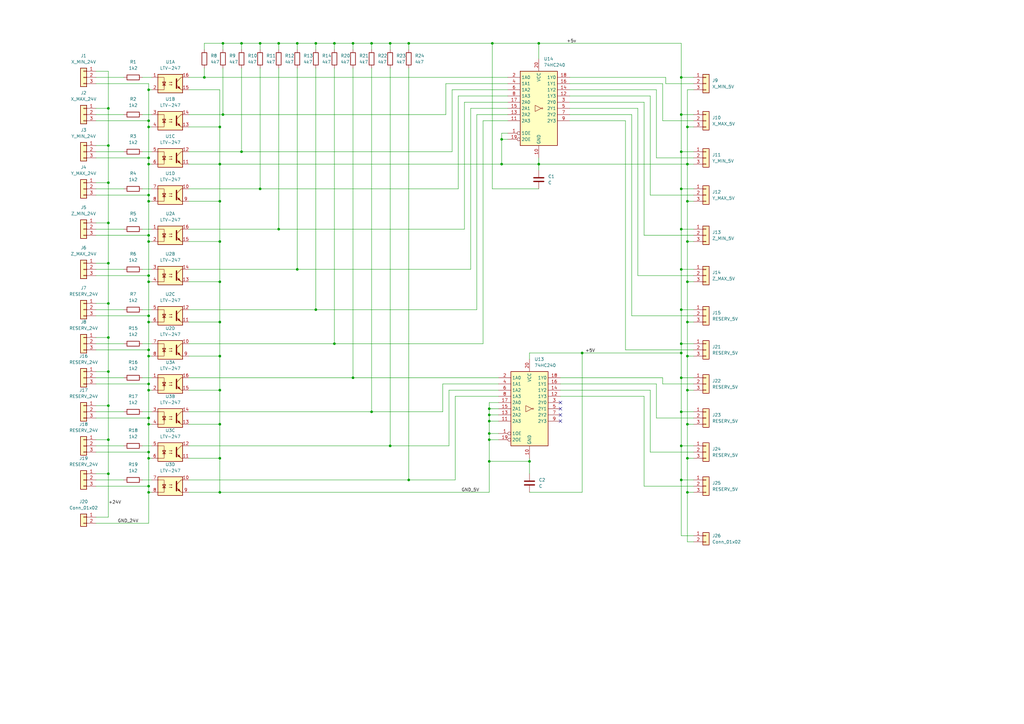
<source format=kicad_sch>
(kicad_sch (version 20211123) (generator eeschema)
  (paper "A3")
  (lib_symbols
    (symbol "74xx:74HC240"
      (property "Reference" "U" (at -7.62 16.51 0))
      (property "Value" "74HC240" (at -7.62 -16.51 0))
      (symbol "74HC240_1_0"
        (polyline (pts (xy 1.016 0) (xy -1.524 1.27) (xy -1.524 -1.27) (xy 1.016 0)) (stroke (width 0.1524)))
        (circle (center 1.397 0) (radius 0.254) (stroke (width 0.1524)))
        (pin input inverted (at -12.7 -10.16 0) (length 5.08) (name "1OE") (number "1"))
        (pin power_in line (at 0 -20.32 90) (length 5.08) (name "GND") (number "10"))
        (pin input line (at -12.7 -5.08 0) (length 5.08) (name "2A3") (number "11"))
        (pin tri_state line (at 12.7 5.08 180) (length 5.08) (name "1Y3") (number "12"))
        (pin input line (at -12.7 -2.54 0) (length 5.08) (name "2A2") (number "13"))
        (pin tri_state line (at 12.7 7.62 180) (length 5.08) (name "1Y2") (number "14"))
        (pin input line (at -12.7 0 0) (length 5.08) (name "2A1") (number "15"))
        (pin tri_state line (at 12.7 10.16 180) (length 5.08) (name "1Y1") (number "16"))
        (pin input line (at -12.7 2.54 0) (length 5.08) (name "2A0") (number "17"))
        (pin tri_state line (at 12.7 12.7 180) (length 5.08) (name "1Y0") (number "18"))
        (pin input inverted (at -12.7 -12.7 0) (length 5.08) (name "2OE") (number "19"))
        (pin input line (at -12.7 12.7 0) (length 5.08) (name "1A0") (number "2"))
        (pin power_in line (at 0 20.32 270) (length 5.08) (name "VCC") (number "20"))
        (pin tri_state line (at 12.7 2.54 180) (length 5.08) (name "2Y0") (number "3"))
        (pin input line (at -12.7 10.16 0) (length 5.08) (name "1A1") (number "4"))
        (pin tri_state line (at 12.7 0 180) (length 5.08) (name "2Y1") (number "5"))
        (pin input line (at -12.7 7.62 0) (length 5.08) (name "1A2") (number "6"))
        (pin tri_state line (at 12.7 -2.54 180) (length 5.08) (name "2Y2") (number "7"))
        (pin input line (at -12.7 5.08 0) (length 5.08) (name "1A3") (number "8"))
        (pin tri_state line (at 12.7 -5.08 180) (length 5.08) (name "2Y3") (number "9"))
      )
      (symbol "74HC240_1_1"
        (rectangle (start -7.62 15.24) (end 7.62 -15.24) (stroke (width 0.254)) (fill (type background)))
      )
    )
    (symbol "Connector_Generic:Conn_01x02" (pin_names (offset 1.016) hide)
      (property "Reference" "J" (at 0 2.54 0))
      (property "Value" "Conn_01x02" (at 0 -5.08 0))
      (symbol "Conn_01x02_1_1"
        (rectangle (start -1.27 -2.413) (end 0 -2.667) (stroke (width 0.1524)))
        (rectangle (start -1.27 0.127) (end 0 -0.127) (stroke (width 0.1524)))
        (rectangle (start -1.27 1.27) (end 1.27 -3.81) (stroke (width 0.254)) (fill (type background)))
        (pin passive line (at -5.08 0 0) (length 3.81) (name "Pin_1") (number "1"))
        (pin passive line (at -5.08 -2.54 0) (length 3.81) (name "Pin_2") (number "2"))
      )
    )
    (symbol "Connector_Generic:Conn_01x03" (pin_names (offset 1.016) hide)
      (property "Reference" "J" (at 0 5.08 0))
      (property "Value" "Conn_01x03" (at 0 -5.08 0))
      (symbol "Conn_01x03_1_1"
        (rectangle (start -1.27 -2.413) (end 0 -2.667) (stroke (width 0.1524)))
        (rectangle (start -1.27 0.127) (end 0 -0.127) (stroke (width 0.1524)))
        (rectangle (start -1.27 2.667) (end 0 2.413) (stroke (width 0.1524)))
        (rectangle (start -1.27 3.81) (end 1.27 -3.81) (stroke (width 0.254)) (fill (type background)))
        (pin passive line (at -5.08 2.54 0) (length 3.81) (name "Pin_1") (number "1"))
        (pin passive line (at -5.08 0 0) (length 3.81) (name "Pin_2") (number "2"))
        (pin passive line (at -5.08 -2.54 0) (length 3.81) (name "Pin_3") (number "3"))
      )
    )
    (symbol "Device:C" (pin_numbers hide) (pin_names (offset 0.254))
      (property "Reference" "C" (at 0.635 2.54 0))
      (property "Value" "C" (at 0.635 -2.54 0))
      (symbol "C_0_1"
        (polyline (pts (xy -2.032 -0.762) (xy 2.032 -0.762)) (stroke (width 0.508)))
        (polyline (pts (xy -2.032 0.762) (xy 2.032 0.762)) (stroke (width 0.508)))
      )
      (symbol "C_1_1"
        (pin passive line (at 0 3.81 270) (length 2.794) (name "~") (number "1"))
        (pin passive line (at 0 -3.81 90) (length 2.794) (name "~") (number "2"))
      )
    )
    (symbol "Device:R" (pin_numbers hide) (pin_names (offset 0))
      (property "Reference" "R" (at 2.032 0 90))
      (property "Value" "R" (at 0 0 90))
      (symbol "R_0_1"
        (rectangle (start -1.016 -2.54) (end 1.016 2.54) (stroke (width 0.254)))
      )
      (symbol "R_1_1"
        (pin passive line (at 0 3.81 270) (length 1.27) (name "~") (number "1"))
        (pin passive line (at 0 -3.81 90) (length 1.27) (name "~") (number "2"))
      )
    )
    (symbol "Isolator:LTV-247"
      (property "Reference" "U" (at -5.08 5.08 0))
      (property "Value" "LTV-247" (at 0 5.08 0))
      (symbol "LTV-247_0_1"
        (rectangle (start -5.08 3.81) (end 5.08 -3.81) (stroke (width 0.254)) (fill (type background)))
        (polyline (pts (xy -3.175 -0.635) (xy -1.905 -0.635)) (stroke (width 0.254)))
        (polyline (pts (xy 2.54 0.635) (xy 4.445 2.54)))
        (polyline (pts (xy 4.445 -2.54) (xy 2.54 -0.635)) (fill (type outline)))
        (polyline (pts (xy 4.445 -2.54) (xy 5.08 -2.54)))
        (polyline (pts (xy 4.445 2.54) (xy 5.08 2.54)))
        (polyline (pts (xy -2.54 -0.635) (xy -2.54 -2.54) (xy -5.08 -2.54)))
        (polyline (pts (xy 2.54 1.905) (xy 2.54 -1.905) (xy 2.54 -1.905)) (stroke (width 0.508)))
        (polyline (pts (xy -5.08 2.54) (xy -2.54 2.54) (xy -2.54 -1.27) (xy -2.54 0.635)))
        (polyline (pts (xy -2.54 -0.635) (xy -3.175 0.635) (xy -1.905 0.635) (xy -2.54 -0.635)) (stroke (width 0.254)))
        (polyline (pts (xy -0.508 -0.508) (xy 0.762 -0.508) (xy 0.381 -0.635) (xy 0.381 -0.381) (xy 0.762 -0.508)))
        (polyline (pts (xy -0.508 0.508) (xy 0.762 0.508) (xy 0.381 0.381) (xy 0.381 0.635) (xy 0.762 0.508)))
        (polyline (pts (xy 3.048 -1.651) (xy 3.556 -1.143) (xy 4.064 -2.159) (xy 3.048 -1.651) (xy 3.048 -1.651)) (fill (type outline)))
      )
      (symbol "LTV-247_1_1"
        (pin passive line (at -7.62 2.54 0) (length 2.54) (name "~") (number "1"))
        (pin passive line (at 7.62 -2.54 180) (length 2.54) (name "~") (number "15"))
        (pin passive line (at 7.62 2.54 180) (length 2.54) (name "~") (number "16"))
        (pin passive line (at -7.62 -2.54 0) (length 2.54) (name "~") (number "2"))
      )
      (symbol "LTV-247_2_1"
        (pin passive line (at 7.62 -2.54 180) (length 2.54) (name "~") (number "13"))
        (pin passive line (at 7.62 2.54 180) (length 2.54) (name "~") (number "14"))
        (pin passive line (at -7.62 2.54 0) (length 2.54) (name "~") (number "3"))
        (pin passive line (at -7.62 -2.54 0) (length 2.54) (name "~") (number "4"))
      )
      (symbol "LTV-247_3_1"
        (pin passive line (at 7.62 -2.54 180) (length 2.54) (name "~") (number "11"))
        (pin passive line (at 7.62 2.54 180) (length 2.54) (name "~") (number "12"))
        (pin passive line (at -7.62 2.54 0) (length 2.54) (name "~") (number "5"))
        (pin passive line (at -7.62 -2.54 0) (length 2.54) (name "~") (number "6"))
      )
      (symbol "LTV-247_4_1"
        (pin passive line (at 7.62 2.54 180) (length 2.54) (name "~") (number "10"))
        (pin passive line (at -7.62 2.54 0) (length 2.54) (name "~") (number "7"))
        (pin passive line (at -7.62 -2.54 0) (length 2.54) (name "~") (number "8"))
        (pin passive line (at 7.62 -2.54 180) (length 2.54) (name "~") (number "9"))
      )
    )
  )
  (junction (at 60.96 201.93))
  (junction (at 60.96 96.52))
  (junction (at 60.96 113.03))
  (junction (at 106.68 77.47))
  (junction (at 99.06 17.78))
  (junction (at 60.96 160.02))
  (junction (at 60.96 82.55))
  (junction (at 99.06 62.23))
  (junction (at 114.3 17.78))
  (junction (at 60.96 173.99))
  (junction (at 217.17 189.23))
  (junction (at 129.54 127))
  (junction (at 152.4 17.78))
  (junction (at 90.17 146.05))
  (junction (at 167.64 196.85))
  (junction (at 44.45 107.95))
  (junction (at 90.17 187.96))
  (junction (at 129.54 17.78))
  (junction (at 279.4 77.47))
  (junction (at 200.66 177.8))
  (junction (at 205.74 57.15))
  (junction (at 281.94 187.96))
  (junction (at 281.94 67.31))
  (junction (at 279.4 154.94))
  (junction (at 44.45 124.46))
  (junction (at 200.66 180.34))
  (junction (at 91.44 17.78))
  (junction (at 60.96 199.39))
  (junction (at 281.94 173.99))
  (junction (at 167.64 17.78))
  (junction (at 200.66 189.23))
  (junction (at 44.45 180.34))
  (junction (at 83.82 31.75))
  (junction (at 205.74 67.31))
  (junction (at 121.92 110.49))
  (junction (at 44.45 74.93))
  (junction (at 121.92 17.78))
  (junction (at 90.17 160.02))
  (junction (at 60.96 49.53))
  (junction (at 60.96 129.54))
  (junction (at 281.94 82.55))
  (junction (at 137.16 140.97))
  (junction (at 60.96 157.48))
  (junction (at 90.17 99.06))
  (junction (at 60.96 64.77))
  (junction (at 279.4 127))
  (junction (at 144.78 154.94))
  (junction (at 60.96 185.42))
  (junction (at 60.96 171.45))
  (junction (at 152.4 168.91))
  (junction (at 200.66 170.18))
  (junction (at 60.96 146.05))
  (junction (at 200.66 172.72))
  (junction (at 90.17 201.93))
  (junction (at 281.94 52.07))
  (junction (at 279.4 168.91))
  (junction (at 200.66 167.64))
  (junction (at 279.4 93.98))
  (junction (at 44.45 166.37))
  (junction (at 144.78 17.78))
  (junction (at 281.94 160.02))
  (junction (at 44.45 59.69))
  (junction (at 60.96 67.31))
  (junction (at 281.94 146.05))
  (junction (at 279.4 140.97))
  (junction (at 238.76 144.78))
  (junction (at 44.45 152.4))
  (junction (at 60.96 132.08))
  (junction (at 281.94 132.08))
  (junction (at 91.44 46.99))
  (junction (at 220.98 67.31))
  (junction (at 279.4 182.88))
  (junction (at 279.4 110.49))
  (junction (at 60.96 187.96))
  (junction (at 114.3 93.98))
  (junction (at 60.96 115.57))
  (junction (at 279.4 196.85))
  (junction (at 160.02 17.78))
  (junction (at 201.93 17.78))
  (junction (at 160.02 182.88))
  (junction (at 281.94 201.93))
  (junction (at 90.17 82.55))
  (junction (at 44.45 44.45))
  (junction (at 90.17 52.07))
  (junction (at 60.96 99.06))
  (junction (at 279.4 46.99))
  (junction (at 279.4 62.23))
  (junction (at 60.96 80.01))
  (junction (at 60.96 143.51))
  (junction (at 281.94 115.57))
  (junction (at 44.45 138.43))
  (junction (at 137.16 17.78))
  (junction (at 106.68 17.78))
  (junction (at 281.94 99.06))
  (junction (at 279.4 31.75))
  (junction (at 90.17 132.08))
  (junction (at 90.17 173.99))
  (junction (at 44.45 194.31))
  (junction (at 279.4 144.78))
  (junction (at 90.17 67.31))
  (junction (at 60.96 36.83))
  (junction (at 60.96 52.07))
  (junction (at 44.45 91.44))
  (junction (at 220.98 17.78))
  (junction (at 90.17 115.57))
  (no_connect (at 229.87 165.1))
  (no_connect (at 229.87 167.64))
  (no_connect (at 229.87 170.18))
  (no_connect (at 229.87 172.72))
  (wire (pts (xy 264.16 41.91) (xy 264.16 96.52)))
  (wire (pts (xy 60.96 173.99) (xy 60.96 185.42)))
  (wire (pts (xy 269.24 36.83) (xy 269.24 64.77)))
  (wire (pts (xy 281.94 99.06) (xy 281.94 115.57)))
  (wire (pts (xy 281.94 99.06) (xy 284.48 99.06)))
  (wire (pts (xy 77.47 93.98) (xy 114.3 93.98)))
  (wire (pts (xy 137.16 17.78) (xy 144.78 17.78)))
  (wire (pts (xy 200.66 167.64) (xy 204.47 167.64)))
  (wire (pts (xy 44.45 152.4) (xy 44.45 166.37)))
  (wire (pts (xy 106.68 17.78) (xy 114.3 17.78)))
  (wire (pts (xy 167.64 17.78) (xy 201.93 17.78)))
  (wire (pts (xy 200.66 167.64) (xy 200.66 165.1)))
  (wire (pts (xy 121.92 27.94) (xy 121.92 110.49)))
  (wire (pts (xy 220.98 77.47) (xy 201.93 77.47)))
  (wire (pts (xy 58.42 140.97) (xy 62.23 140.97)))
  (wire (pts (xy 39.37 171.45) (xy 60.96 171.45)))
  (wire (pts (xy 58.42 46.99) (xy 62.23 46.99)))
  (wire (pts (xy 182.88 46.99) (xy 182.88 34.29)))
  (wire (pts (xy 39.37 49.53) (xy 60.96 49.53)))
  (wire (pts (xy 129.54 127) (xy 195.58 127)))
  (wire (pts (xy 281.94 201.93) (xy 281.94 222.25)))
  (wire (pts (xy 39.37 196.85) (xy 50.8 196.85)))
  (wire (pts (xy 281.94 82.55) (xy 281.94 99.06)))
  (wire (pts (xy 144.78 27.94) (xy 144.78 154.94)))
  (wire (pts (xy 44.45 107.95) (xy 44.45 91.44)))
  (wire (pts (xy 77.47 115.57) (xy 90.17 115.57)))
  (wire (pts (xy 190.5 93.98) (xy 190.5 41.91)))
  (wire (pts (xy 181.61 157.48) (xy 204.47 157.48)))
  (wire (pts (xy 281.94 115.57) (xy 284.48 115.57)))
  (wire (pts (xy 114.3 17.78) (xy 114.3 20.32)))
  (wire (pts (xy 44.45 180.34) (xy 44.45 194.31)))
  (wire (pts (xy 167.64 196.85) (xy 186.69 196.85)))
  (wire (pts (xy 152.4 17.78) (xy 160.02 17.78)))
  (wire (pts (xy 279.4 46.99) (xy 279.4 31.75)))
  (wire (pts (xy 220.98 67.31) (xy 220.98 64.77)))
  (wire (pts (xy 90.17 52.07) (xy 90.17 67.31)))
  (wire (pts (xy 60.96 160.02) (xy 62.23 160.02)))
  (wire (pts (xy 99.06 62.23) (xy 185.42 62.23)))
  (wire (pts (xy 279.4 168.91) (xy 284.48 168.91)))
  (wire (pts (xy 281.94 82.55) (xy 284.48 82.55)))
  (wire (pts (xy 60.96 132.08) (xy 60.96 143.51)))
  (wire (pts (xy 60.96 82.55) (xy 60.96 96.52)))
  (wire (pts (xy 271.78 49.53) (xy 284.48 49.53)))
  (wire (pts (xy 281.94 36.83) (xy 281.94 52.07)))
  (wire (pts (xy 39.37 168.91) (xy 50.8 168.91)))
  (wire (pts (xy 60.96 67.31) (xy 62.23 67.31)))
  (wire (pts (xy 187.96 77.47) (xy 187.96 39.37)))
  (wire (pts (xy 39.37 129.54) (xy 60.96 129.54)))
  (wire (pts (xy 60.96 36.83) (xy 60.96 49.53)))
  (wire (pts (xy 266.7 185.42) (xy 284.48 185.42)))
  (wire (pts (xy 44.45 166.37) (xy 44.45 180.34)))
  (wire (pts (xy 279.4 93.98) (xy 279.4 77.47)))
  (wire (pts (xy 261.62 113.03) (xy 284.48 113.03)))
  (wire (pts (xy 281.94 132.08) (xy 284.48 132.08)))
  (wire (pts (xy 60.96 199.39) (xy 60.96 201.93)))
  (wire (pts (xy 200.66 172.72) (xy 204.47 172.72)))
  (wire (pts (xy 220.98 17.78) (xy 279.4 17.78)))
  (wire (pts (xy 152.4 168.91) (xy 181.61 168.91)))
  (wire (pts (xy 279.4 182.88) (xy 279.4 168.91)))
  (wire (pts (xy 77.47 46.99) (xy 91.44 46.99)))
  (wire (pts (xy 99.06 17.78) (xy 106.68 17.78)))
  (wire (pts (xy 281.94 187.96) (xy 284.48 187.96)))
  (wire (pts (xy 77.47 82.55) (xy 90.17 82.55)))
  (wire (pts (xy 90.17 99.06) (xy 90.17 115.57)))
  (wire (pts (xy 60.96 67.31) (xy 60.96 80.01)))
  (wire (pts (xy 60.96 99.06) (xy 60.96 113.03)))
  (wire (pts (xy 99.06 27.94) (xy 99.06 62.23)))
  (wire (pts (xy 273.05 31.75) (xy 273.05 34.29)))
  (wire (pts (xy 39.37 152.4) (xy 44.45 152.4)))
  (wire (pts (xy 60.96 171.45) (xy 60.96 173.99)))
  (wire (pts (xy 233.68 41.91) (xy 264.16 41.91)))
  (wire (pts (xy 279.4 93.98) (xy 284.48 93.98)))
  (wire (pts (xy 279.4 140.97) (xy 284.48 140.97)))
  (wire (pts (xy 58.42 182.88) (xy 62.23 182.88)))
  (wire (pts (xy 205.74 57.15) (xy 208.28 57.15)))
  (wire (pts (xy 193.04 110.49) (xy 193.04 44.45)))
  (wire (pts (xy 60.96 173.99) (xy 62.23 173.99)))
  (wire (pts (xy 60.96 49.53) (xy 60.96 52.07)))
  (wire (pts (xy 39.37 107.95) (xy 44.45 107.95)))
  (wire (pts (xy 217.17 144.78) (xy 238.76 144.78)))
  (wire (pts (xy 229.87 157.48) (xy 269.24 157.48)))
  (wire (pts (xy 44.45 74.93) (xy 44.45 59.69)))
  (wire (pts (xy 281.94 146.05) (xy 281.94 160.02)))
  (wire (pts (xy 60.96 96.52) (xy 60.96 99.06)))
  (wire (pts (xy 60.96 201.93) (xy 62.23 201.93)))
  (wire (pts (xy 39.37 64.77) (xy 60.96 64.77)))
  (wire (pts (xy 281.94 160.02) (xy 281.94 173.99)))
  (wire (pts (xy 39.37 166.37) (xy 44.45 166.37)))
  (wire (pts (xy 39.37 74.93) (xy 44.45 74.93)))
  (wire (pts (xy 91.44 17.78) (xy 91.44 20.32)))
  (wire (pts (xy 39.37 154.94) (xy 50.8 154.94)))
  (wire (pts (xy 44.45 59.69) (xy 44.45 44.45)))
  (wire (pts (xy 279.4 110.49) (xy 279.4 93.98)))
  (wire (pts (xy 58.42 31.75) (xy 62.23 31.75)))
  (wire (pts (xy 77.47 201.93) (xy 90.17 201.93)))
  (wire (pts (xy 266.7 160.02) (xy 266.7 185.42)))
  (wire (pts (xy 77.47 173.99) (xy 90.17 173.99)))
  (wire (pts (xy 39.37 29.21) (xy 44.45 29.21)))
  (wire (pts (xy 279.4 46.99) (xy 284.48 46.99)))
  (wire (pts (xy 90.17 173.99) (xy 90.17 187.96)))
  (wire (pts (xy 39.37 212.09) (xy 44.45 212.09)))
  (wire (pts (xy 90.17 67.31) (xy 90.17 82.55)))
  (wire (pts (xy 259.08 46.99) (xy 259.08 129.54)))
  (wire (pts (xy 77.47 127) (xy 129.54 127)))
  (wire (pts (xy 137.16 17.78) (xy 137.16 20.32)))
  (wire (pts (xy 77.47 52.07) (xy 90.17 52.07)))
  (wire (pts (xy 90.17 146.05) (xy 90.17 160.02)))
  (wire (pts (xy 90.17 36.83) (xy 90.17 52.07)))
  (wire (pts (xy 60.96 129.54) (xy 60.96 132.08)))
  (wire (pts (xy 39.37 182.88) (xy 50.8 182.88)))
  (wire (pts (xy 269.24 64.77) (xy 284.48 64.77)))
  (wire (pts (xy 90.17 115.57) (xy 90.17 132.08)))
  (wire (pts (xy 233.68 36.83) (xy 269.24 36.83)))
  (wire (pts (xy 58.42 93.98) (xy 62.23 93.98)))
  (wire (pts (xy 284.48 36.83) (xy 281.94 36.83)))
  (wire (pts (xy 256.54 143.51) (xy 284.48 143.51)))
  (wire (pts (xy 91.44 46.99) (xy 182.88 46.99)))
  (wire (pts (xy 39.37 138.43) (xy 44.45 138.43)))
  (wire (pts (xy 233.68 44.45) (xy 261.62 44.45)))
  (wire (pts (xy 200.66 201.93) (xy 200.66 189.23)))
  (wire (pts (xy 208.28 54.61) (xy 205.74 54.61)))
  (wire (pts (xy 77.47 132.08) (xy 90.17 132.08)))
  (wire (pts (xy 39.37 31.75) (xy 50.8 31.75)))
  (wire (pts (xy 39.37 185.42) (xy 60.96 185.42)))
  (wire (pts (xy 58.42 127) (xy 62.23 127)))
  (wire (pts (xy 273.05 34.29) (xy 284.48 34.29)))
  (wire (pts (xy 77.47 196.85) (xy 167.64 196.85)))
  (wire (pts (xy 60.96 146.05) (xy 60.96 157.48)))
  (wire (pts (xy 229.87 154.94) (xy 271.78 154.94)))
  (wire (pts (xy 281.94 146.05) (xy 284.48 146.05)))
  (wire (pts (xy 58.42 196.85) (xy 62.23 196.85)))
  (wire (pts (xy 281.94 115.57) (xy 281.94 132.08)))
  (wire (pts (xy 60.96 214.63) (xy 60.96 201.93)))
  (wire (pts (xy 77.47 99.06) (xy 90.17 99.06)))
  (wire (pts (xy 83.82 27.94) (xy 83.82 31.75)))
  (wire (pts (xy 90.17 82.55) (xy 90.17 99.06)))
  (wire (pts (xy 77.47 140.97) (xy 137.16 140.97)))
  (wire (pts (xy 220.98 67.31) (xy 220.98 69.85)))
  (wire (pts (xy 233.68 39.37) (xy 266.7 39.37)))
  (wire (pts (xy 229.87 160.02) (xy 266.7 160.02)))
  (wire (pts (xy 217.17 201.93) (xy 238.76 201.93)))
  (wire (pts (xy 129.54 17.78) (xy 137.16 17.78)))
  (wire (pts (xy 106.68 77.47) (xy 187.96 77.47)))
  (wire (pts (xy 205.74 57.15) (xy 205.74 67.31)))
  (wire (pts (xy 271.78 34.29) (xy 271.78 49.53)))
  (wire (pts (xy 279.4 110.49) (xy 284.48 110.49)))
  (wire (pts (xy 60.96 34.29) (xy 60.96 36.83)))
  (wire (pts (xy 121.92 17.78) (xy 121.92 20.32)))
  (wire (pts (xy 217.17 189.23) (xy 217.17 194.31)))
  (wire (pts (xy 160.02 182.88) (xy 184.15 182.88)))
  (wire (pts (xy 271.78 157.48) (xy 284.48 157.48)))
  (wire (pts (xy 60.96 132.08) (xy 62.23 132.08)))
  (wire (pts (xy 44.45 138.43) (xy 44.45 152.4)))
  (wire (pts (xy 281.94 160.02) (xy 284.48 160.02)))
  (wire (pts (xy 195.58 127) (xy 195.58 46.99)))
  (wire (pts (xy 279.4 196.85) (xy 284.48 196.85)))
  (wire (pts (xy 200.66 189.23) (xy 217.17 189.23)))
  (wire (pts (xy 279.4 196.85) (xy 279.4 219.71)))
  (wire (pts (xy 152.4 17.78) (xy 152.4 20.32)))
  (wire (pts (xy 167.64 17.78) (xy 167.64 20.32)))
  (wire (pts (xy 77.47 36.83) (xy 90.17 36.83)))
  (wire (pts (xy 198.12 140.97) (xy 198.12 49.53)))
  (wire (pts (xy 39.37 80.01) (xy 60.96 80.01)))
  (wire (pts (xy 144.78 17.78) (xy 144.78 20.32)))
  (wire (pts (xy 77.47 182.88) (xy 160.02 182.88)))
  (wire (pts (xy 60.96 52.07) (xy 62.23 52.07)))
  (wire (pts (xy 182.88 34.29) (xy 208.28 34.29)))
  (wire (pts (xy 190.5 41.91) (xy 208.28 41.91)))
  (wire (pts (xy 233.68 49.53) (xy 256.54 49.53)))
  (wire (pts (xy 39.37 59.69) (xy 44.45 59.69)))
  (wire (pts (xy 185.42 36.83) (xy 208.28 36.83)))
  (wire (pts (xy 106.68 17.78) (xy 106.68 20.32)))
  (wire (pts (xy 129.54 17.78) (xy 129.54 20.32)))
  (wire (pts (xy 39.37 34.29) (xy 60.96 34.29)))
  (wire (pts (xy 271.78 154.94) (xy 271.78 157.48)))
  (wire (pts (xy 60.96 160.02) (xy 60.96 171.45)))
  (wire (pts (xy 220.98 67.31) (xy 281.94 67.31)))
  (wire (pts (xy 60.96 157.48) (xy 60.96 160.02)))
  (wire (pts (xy 281.94 173.99) (xy 281.94 187.96)))
  (wire (pts (xy 279.4 154.94) (xy 279.4 144.78)))
  (wire (pts (xy 193.04 44.45) (xy 208.28 44.45)))
  (wire (pts (xy 167.64 27.94) (xy 167.64 196.85)))
  (wire (pts (xy 60.96 52.07) (xy 60.96 64.77)))
  (wire (pts (xy 58.42 77.47) (xy 62.23 77.47)))
  (wire (pts (xy 60.96 187.96) (xy 62.23 187.96)))
  (wire (pts (xy 39.37 214.63) (xy 60.96 214.63)))
  (wire (pts (xy 39.37 140.97) (xy 50.8 140.97)))
  (wire (pts (xy 259.08 129.54) (xy 284.48 129.54)))
  (wire (pts (xy 279.4 182.88) (xy 284.48 182.88)))
  (wire (pts (xy 200.66 172.72) (xy 200.66 170.18)))
  (wire (pts (xy 77.47 62.23) (xy 99.06 62.23)))
  (wire (pts (xy 99.06 17.78) (xy 99.06 20.32)))
  (wire (pts (xy 83.82 17.78) (xy 91.44 17.78)))
  (wire (pts (xy 62.23 36.83) (xy 60.96 36.83)))
  (wire (pts (xy 137.16 27.94) (xy 137.16 140.97)))
  (wire (pts (xy 233.68 34.29) (xy 271.78 34.29)))
  (wire (pts (xy 220.98 17.78) (xy 220.98 24.13)))
  (wire (pts (xy 39.37 62.23) (xy 50.8 62.23)))
  (wire (pts (xy 184.15 160.02) (xy 204.47 160.02)))
  (wire (pts (xy 229.87 162.56) (xy 264.16 162.56)))
  (wire (pts (xy 83.82 20.32) (xy 83.82 17.78)))
  (wire (pts (xy 39.37 180.34) (xy 44.45 180.34)))
  (wire (pts (xy 39.37 110.49) (xy 50.8 110.49)))
  (wire (pts (xy 90.17 160.02) (xy 90.17 173.99)))
  (wire (pts (xy 39.37 96.52) (xy 60.96 96.52)))
  (wire (pts (xy 279.4 62.23) (xy 284.48 62.23)))
  (wire (pts (xy 44.45 91.44) (xy 44.45 74.93)))
  (wire (pts (xy 137.16 140.97) (xy 198.12 140.97)))
  (wire (pts (xy 160.02 17.78) (xy 167.64 17.78)))
  (wire (pts (xy 279.4 127) (xy 279.4 110.49)))
  (wire (pts (xy 217.17 189.23) (xy 217.17 187.96)))
  (wire (pts (xy 279.4 17.78) (xy 279.4 31.75)))
  (wire (pts (xy 39.37 93.98) (xy 50.8 93.98)))
  (wire (pts (xy 281.94 52.07) (xy 284.48 52.07)))
  (wire (pts (xy 238.76 201.93) (xy 238.76 144.78)))
  (wire (pts (xy 77.47 154.94) (xy 144.78 154.94)))
  (wire (pts (xy 60.96 113.03) (xy 60.96 115.57)))
  (wire (pts (xy 44.45 124.46) (xy 44.45 138.43)))
  (wire (pts (xy 269.24 171.45) (xy 284.48 171.45)))
  (wire (pts (xy 39.37 124.46) (xy 44.45 124.46)))
  (wire (pts (xy 121.92 110.49) (xy 193.04 110.49)))
  (wire (pts (xy 90.17 187.96) (xy 90.17 201.93)))
  (wire (pts (xy 281.94 173.99) (xy 284.48 173.99)))
  (wire (pts (xy 200.66 180.34) (xy 200.66 189.23)))
  (wire (pts (xy 181.61 168.91) (xy 181.61 157.48)))
  (wire (pts (xy 281.94 132.08) (xy 281.94 146.05)))
  (wire (pts (xy 186.69 196.85) (xy 186.69 162.56)))
  (wire (pts (xy 186.69 162.56) (xy 204.47 162.56)))
  (wire (pts (xy 91.44 17.78) (xy 99.06 17.78)))
  (wire (pts (xy 60.96 115.57) (xy 60.96 129.54)))
  (wire (pts (xy 60.96 64.77) (xy 60.96 67.31)))
  (wire (pts (xy 256.54 49.53) (xy 256.54 143.51)))
  (wire (pts (xy 279.4 196.85) (xy 279.4 182.88)))
  (wire (pts (xy 77.47 31.75) (xy 83.82 31.75)))
  (wire (pts (xy 201.93 17.78) (xy 220.98 17.78)))
  (wire (pts (xy 60.96 99.06) (xy 62.23 99.06)))
  (wire (pts (xy 279.4 154.94) (xy 284.48 154.94)))
  (wire (pts (xy 205.74 54.61) (xy 205.74 57.15)))
  (wire (pts (xy 200.66 180.34) (xy 200.66 177.8)))
  (wire (pts (xy 60.96 146.05) (xy 62.23 146.05)))
  (wire (pts (xy 279.4 31.75) (xy 284.48 31.75)))
  (wire (pts (xy 77.47 77.47) (xy 106.68 77.47)))
  (wire (pts (xy 44.45 44.45) (xy 44.45 29.21)))
  (wire (pts (xy 152.4 27.94) (xy 152.4 168.91)))
  (wire (pts (xy 58.42 62.23) (xy 62.23 62.23)))
  (wire (pts (xy 44.45 212.09) (xy 44.45 194.31)))
  (wire (pts (xy 200.66 177.8) (xy 200.66 172.72)))
  (wire (pts (xy 60.96 185.42) (xy 60.96 187.96)))
  (wire (pts (xy 39.37 157.48) (xy 60.96 157.48)))
  (wire (pts (xy 200.66 165.1) (xy 204.47 165.1)))
  (wire (pts (xy 266.7 80.01) (xy 284.48 80.01)))
  (wire (pts (xy 39.37 194.31) (xy 44.45 194.31)))
  (wire (pts (xy 60.96 82.55) (xy 62.23 82.55)))
  (wire (pts (xy 233.68 46.99) (xy 259.08 46.99)))
  (wire (pts (xy 185.42 62.23) (xy 185.42 36.83)))
  (wire (pts (xy 205.74 67.31) (xy 220.98 67.31)))
  (wire (pts (xy 39.37 91.44) (xy 44.45 91.44)))
  (wire (pts (xy 77.47 168.91) (xy 152.4 168.91)))
  (wire (pts (xy 281.94 67.31) (xy 284.48 67.31)))
  (wire (pts (xy 83.82 31.75) (xy 208.28 31.75)))
  (wire (pts (xy 204.47 180.34) (xy 200.66 180.34)))
  (wire (pts (xy 114.3 27.94) (xy 114.3 93.98)))
  (wire (pts (xy 279.4 144.78) (xy 279.4 140.97)))
  (wire (pts (xy 58.42 154.94) (xy 62.23 154.94)))
  (wire (pts (xy 195.58 46.99) (xy 208.28 46.99)))
  (wire (pts (xy 187.96 39.37) (xy 208.28 39.37)))
  (wire (pts (xy 114.3 17.78) (xy 121.92 17.78)))
  (wire (pts (xy 39.37 143.51) (xy 60.96 143.51)))
  (wire (pts (xy 129.54 27.94) (xy 129.54 127)))
  (wire (pts (xy 77.47 160.02) (xy 90.17 160.02)))
  (wire (pts (xy 269.24 157.48) (xy 269.24 171.45)))
  (wire (pts (xy 281.94 187.96) (xy 281.94 201.93)))
  (wire (pts (xy 39.37 44.45) (xy 44.45 44.45)))
  (wire (pts (xy 184.15 182.88) (xy 184.15 160.02)))
  (wire (pts (xy 60.96 187.96) (xy 60.96 199.39)))
  (wire (pts (xy 144.78 154.94) (xy 204.47 154.94)))
  (wire (pts (xy 91.44 27.94) (xy 91.44 46.99)))
  (wire (pts (xy 264.16 96.52) (xy 284.48 96.52)))
  (wire (pts (xy 58.42 110.49) (xy 62.23 110.49)))
  (wire (pts (xy 200.66 170.18) (xy 204.47 170.18)))
  (wire (pts (xy 39.37 113.03) (xy 60.96 113.03)))
  (wire (pts (xy 114.3 93.98) (xy 190.5 93.98)))
  (wire (pts (xy 279.4 77.47) (xy 279.4 62.23)))
  (wire (pts (xy 44.45 124.46) (xy 44.45 107.95)))
  (wire (pts (xy 233.68 31.75) (xy 273.05 31.75)))
  (wire (pts (xy 281.94 67.31) (xy 281.94 82.55)))
  (wire (pts (xy 39.37 199.39) (xy 60.96 199.39)))
  (wire (pts (xy 279.4 168.91) (xy 279.4 154.94)))
  (wire (pts (xy 77.47 110.49) (xy 121.92 110.49)))
  (wire (pts (xy 200.66 170.18) (xy 200.66 167.64)))
  (wire (pts (xy 266.7 39.37) (xy 266.7 80.01)))
  (wire (pts (xy 198.12 49.53) (xy 208.28 49.53)))
  (wire (pts (xy 144.78 17.78) (xy 152.4 17.78)))
  (wire (pts (xy 279.4 140.97) (xy 279.4 127)))
  (wire (pts (xy 90.17 132.08) (xy 90.17 146.05)))
  (wire (pts (xy 279.4 62.23) (xy 279.4 46.99)))
  (wire (pts (xy 160.02 17.78) (xy 160.02 20.32)))
  (wire (pts (xy 90.17 67.31) (xy 205.74 67.31)))
  (wire (pts (xy 58.42 168.91) (xy 62.23 168.91)))
  (wire (pts (xy 77.47 67.31) (xy 90.17 67.31)))
  (wire (pts (xy 39.37 127) (xy 50.8 127)))
  (wire (pts (xy 281.94 222.25) (xy 284.48 222.25)))
  (wire (pts (xy 279.4 127) (xy 284.48 127)))
  (wire (pts (xy 60.96 143.51) (xy 60.96 146.05)))
  (wire (pts (xy 201.93 77.47) (xy 201.93 17.78)))
  (wire (pts (xy 281.94 52.07) (xy 281.94 67.31)))
  (wire (pts (xy 264.16 162.56) (xy 264.16 199.39)))
  (wire (pts (xy 60.96 115.57) (xy 62.23 115.57)))
  (wire (pts (xy 121.92 17.78) (xy 129.54 17.78)))
  (wire (pts (xy 200.66 177.8) (xy 204.47 177.8)))
  (wire (pts (xy 279.4 219.71) (xy 284.48 219.71)))
  (wire (pts (xy 106.68 27.94) (xy 106.68 77.47)))
  (wire (pts (xy 77.47 146.05) (xy 90.17 146.05)))
  (wire (pts (xy 261.62 44.45) (xy 261.62 113.03)))
  (wire (pts (xy 160.02 27.94) (xy 160.02 182.88)))
  (wire (pts (xy 60.96 80.01) (xy 60.96 82.55)))
  (wire (pts (xy 77.47 187.96) (xy 90.17 187.96)))
  (wire (pts (xy 39.37 77.47) (xy 50.8 77.47)))
  (wire (pts (xy 90.17 201.93) (xy 200.66 201.93)))
  (wire (pts (xy 39.37 46.99) (xy 50.8 46.99)))
  (wire (pts (xy 238.76 144.78) (xy 279.4 144.78)))
  (wire (pts (xy 281.94 201.93) (xy 284.48 201.93)))
  (wire (pts (xy 217.17 144.78) (xy 217.17 147.32)))
  (wire (pts (xy 279.4 77.47) (xy 284.48 77.47)))
  (wire (pts (xy 264.16 199.39) (xy 284.48 199.39)))
  (label "GND_24V" (at 48.26 214.63 0))
  (label "+24V" (at 44.45 207.01 0))
  (label "GND_5V" (at 189.23 201.93 0))
  (label "+5V" (at 240.03 144.78 0))
  (label "+5v" (at 232.41 17.78 0))
  (symbol (lib_id "Device:C") (at 217.17 198.12 0) (unit 1)
    (property "Reference" "C2" (at 220.98 196.8499 0) (effects (justify left)))
    (property "Value" "C" (at 220.98 199.3899 0) (effects (justify left)))
    (property "Footprint" "Capacitor_SMD:C_0805_2012Metric" (effects hide))
  )
  (symbol (lib_id "Connector_Generic:Conn_01x02") (at 289.56 219.71 0) (unit 1)
    (property "Reference" "J26" (at 292.1 219.7099 0) (effects (justify left)))
    (property "Value" "Conn_01x02" (at 292.1 222.2499 0) (effects (justify left)))
    (property "Footprint" "Connector_Molex:Molex_SL_171971-0002_1x02_P2.54mm_Vertical" (effects hide))
  )
  (symbol (lib_id "Device:R") (at 83.82 24.13 180) (unit 1)
    (property "Reference" "R8" (at 86.36 22.8599 0) (effects (justify right)))
    (property "Value" "4k7" (at 86.36 25.3999 0) (effects (justify right)))
    (property "Footprint" "Resistor_SMD:R_0805_2012Metric_Pad1.20x1.40mm_HandSolder" (effects hide))
  )
  (symbol (lib_id "Connector_Generic:Conn_01x03") (at 289.56 129.54 0) (unit 1)
    (property "Reference" "J15" (at 292.1 128.2699 0) (effects (justify left)))
    (property "Value" "RESERV_5V" (at 292.1 130.8099 0) (effects (justify left)))
    (property "Footprint" "Connector_Molex:Molex_SL_171971-0003_1x03_P2.54mm_Vertical" (effects hide))
  )
  (symbol (lib_id "Connector_Generic:Conn_01x03") (at 289.56 143.51 0) (unit 1)
    (property "Reference" "J21" (at 292.1 142.2399 0) (effects (justify left)))
    (property "Value" "RESERV_5V" (at 292.1 144.7799 0) (effects (justify left)))
    (property "Footprint" "Connector_Molex:Molex_SL_171971-0003_1x03_P2.54mm_Vertical" (effects hide))
  )
  (symbol (lib_id "Device:R") (at 152.4 24.13 180) (unit 1)
    (property "Reference" "R22" (at 154.94 22.8599 0) (effects (justify right)))
    (property "Value" "4k7" (at 154.94 25.3999 0) (effects (justify right)))
    (property "Footprint" "Resistor_SMD:R_0805_2012Metric_Pad1.20x1.40mm_HandSolder" (effects hide))
  )
  (symbol (lib_id "Connector_Generic:Conn_01x03") (at 34.29 110.49 0) (mirror y) (unit 1)
    (property "Reference" "J6" (at 34.29 101.6 0))
    (property "Value" "Z_MAX_24V" (at 34.29 104.14 0))
    (property "Footprint" "Connector_Molex:Molex_SL_171971-0003_1x03_P2.54mm_Vertical" (effects hide))
  )
  (symbol (lib_id "Device:R") (at 167.64 24.13 180) (unit 1)
    (property "Reference" "R24" (at 170.18 22.8599 0) (effects (justify right)))
    (property "Value" "4k7" (at 170.18 25.3999 0) (effects (justify right)))
    (property "Footprint" "Resistor_SMD:R_0805_2012Metric_Pad1.20x1.40mm_HandSolder" (effects hide))
  )
  (symbol (lib_id "74xx:74HC240") (at 220.98 44.45 0) (unit 1)
    (property "Reference" "U14" (at 222.9994 24.13 0) (effects (justify left)))
    (property "Value" "74HC240" (at 222.9994 26.67 0) (effects (justify left)))
    (property "Footprint" "Package_SO:SOIC-20W_7.5x12.8mm_P1.27mm" (effects hide))
    (property "Datasheet" "https://assets.nexperia.com/documents/data-sheet/74HC_HCT240.pdf" (effects hide))
  )
  (symbol (lib_id "Isolator:LTV-247") (at 69.85 64.77 0) (unit 3)
    (property "Reference" "U1" (at 69.85 55.88 0))
    (property "Value" "LTV-247" (at 69.85 58.42 0))
    (property "Footprint" "Package_SO:SOIC-16W_5.3x10.2mm_P1.27mm" (effects hide))
    (property "Datasheet" "http://optoelectronics.liteon.com/upload/download/DS70-2009-0014/LTV-2X7%20sereis%20Mar17.PDF" (effects hide))
  )
  (symbol (lib_id "Isolator:LTV-247") (at 69.85 96.52 0) (unit 1)
    (property "Reference" "U2" (at 69.85 87.63 0))
    (property "Value" "LTV-247" (at 69.85 90.17 0))
    (property "Footprint" "Package_SO:SOIC-16W_5.3x10.2mm_P1.27mm" (effects hide))
    (property "Datasheet" "http://optoelectronics.liteon.com/upload/download/DS70-2009-0014/LTV-2X7%20sereis%20Mar17.PDF" (effects hide))
  )
  (symbol (lib_id "Device:R") (at 137.16 24.13 180) (unit 1)
    (property "Reference" "R20" (at 139.7 22.8599 0) (effects (justify right)))
    (property "Value" "4k7" (at 139.7 25.3999 0) (effects (justify right)))
    (property "Footprint" "Resistor_SMD:R_0805_2012Metric_Pad1.20x1.40mm_HandSolder" (effects hide))
  )
  (symbol (lib_id "Connector_Generic:Conn_01x03") (at 289.56 199.39 0) (unit 1)
    (property "Reference" "J25" (at 292.1 198.1199 0) (effects (justify left)))
    (property "Value" "RESERV_5V" (at 292.1 200.6599 0) (effects (justify left)))
    (property "Footprint" "Connector_Molex:Molex_SL_171971-0003_1x03_P2.54mm_Vertical" (effects hide))
  )
  (symbol (lib_id "Connector_Generic:Conn_01x02") (at 34.29 212.09 0) (mirror y) (unit 1)
    (property "Reference" "J20" (at 34.29 205.74 0))
    (property "Value" "Conn_01x02" (at 34.29 208.28 0))
    (property "Footprint" "Connector_Molex:Molex_SL_171971-0002_1x02_P2.54mm_Vertical" (effects hide))
  )
  (symbol (lib_id "Isolator:LTV-247") (at 69.85 34.29 0) (unit 1)
    (property "Reference" "U1" (at 69.85 25.4 0))
    (property "Value" "LTV-247" (at 69.85 27.94 0))
    (property "Footprint" "Package_SO:SOIC-16W_5.3x10.2mm_P1.27mm" (effects hide))
    (property "Datasheet" "http://optoelectronics.liteon.com/upload/download/DS70-2009-0014/LTV-2X7%20sereis%20Mar17.PDF" (effects hide))
  )
  (symbol (lib_id "Isolator:LTV-247") (at 69.85 157.48 0) (unit 1)
    (property "Reference" "U3" (at 69.85 148.59 0))
    (property "Value" "LTV-247" (at 69.85 151.13 0))
    (property "Footprint" "Package_SO:SOIC-16W_5.3x10.2mm_P1.27mm" (effects hide))
    (property "Datasheet" "http://optoelectronics.liteon.com/upload/download/DS70-2009-0014/LTV-2X7%20sereis%20Mar17.PDF" (effects hide))
  )
  (symbol (lib_id "Isolator:LTV-247") (at 69.85 143.51 0) (unit 4)
    (property "Reference" "U2" (at 69.85 134.62 0))
    (property "Value" "LTV-247" (at 69.85 137.16 0))
    (property "Footprint" "Package_SO:SOIC-16W_5.3x10.2mm_P1.27mm" (effects hide))
    (property "Datasheet" "http://optoelectronics.liteon.com/upload/download/DS70-2009-0014/LTV-2X7%20sereis%20Mar17.PDF" (effects hide))
  )
  (symbol (lib_id "Device:R") (at 91.44 24.13 180) (unit 1)
    (property "Reference" "R9" (at 93.98 22.8599 0) (effects (justify right)))
    (property "Value" "4k7" (at 93.98 25.3999 0) (effects (justify right)))
    (property "Footprint" "Resistor_SMD:R_0805_2012Metric_Pad1.20x1.40mm_HandSolder" (effects hide))
  )
  (symbol (lib_id "Connector_Generic:Conn_01x03") (at 289.56 64.77 0) (unit 1)
    (property "Reference" "J11" (at 292.1 63.4999 0) (effects (justify left)))
    (property "Value" "Y_MIN_5V" (at 292.1 66.0399 0) (effects (justify left)))
    (property "Footprint" "Connector_Molex:Molex_SL_171971-0003_1x03_P2.54mm_Vertical" (effects hide))
  )
  (symbol (lib_id "Connector_Generic:Conn_01x03") (at 34.29 31.75 0) (mirror y) (unit 1)
    (property "Reference" "J1" (at 34.29 22.86 0))
    (property "Value" "X_MIN_24V" (at 34.29 25.4 0))
    (property "Footprint" "Connector_Molex:Molex_SL_171971-0003_1x03_P2.54mm_Vertical" (effects hide))
    (property "Reference" "J1" (effects hide))
    (property "Value" "X_MIN_24V" (effects hide))
  )
  (symbol (lib_id "Connector_Generic:Conn_01x03") (at 289.56 34.29 0) (unit 1)
    (property "Reference" "J9" (at 292.1 33.0199 0) (effects (justify left)))
    (property "Value" "X_MIN_5V" (at 292.1 35.5599 0) (effects (justify left)))
    (property "Footprint" "Connector_Molex:Molex_SL_171971-0003_1x03_P2.54mm_Vertical" (effects hide))
  )
  (symbol (lib_id "Connector_Generic:Conn_01x03") (at 289.56 157.48 0) (unit 1)
    (property "Reference" "J22" (at 292.1 156.2099 0) (effects (justify left)))
    (property "Value" "RESERV_5V" (at 292.1 158.7499 0) (effects (justify left)))
    (property "Footprint" "Connector_Molex:Molex_SL_171971-0003_1x03_P2.54mm_Vertical" (effects hide))
  )
  (symbol (lib_id "Device:R") (at 54.61 127 90) (unit 1)
    (property "Reference" "R7" (at 54.61 120.65 90))
    (property "Value" "1k2" (at 54.61 123.19 90))
    (property "Footprint" "Resistor_SMD:R_0805_2012Metric_Pad1.20x1.40mm_HandSolder" (effects hide))
  )
  (symbol (lib_id "Connector_Generic:Conn_01x03") (at 289.56 113.03 0) (unit 1)
    (property "Reference" "J14" (at 292.1 111.7599 0) (effects (justify left)))
    (property "Value" "Z_MAX_5V" (at 292.1 114.2999 0) (effects (justify left)))
    (property "Footprint" "Connector_Molex:Molex_SL_171971-0003_1x03_P2.54mm_Vertical" (effects hide))
  )
  (symbol (lib_id "Connector_Generic:Conn_01x03") (at 289.56 49.53 0) (unit 1)
    (property "Reference" "J10" (at 292.1 48.2599 0) (effects (justify left)))
    (property "Value" "X_MAX_5V" (at 292.1 50.7999 0) (effects (justify left)))
    (property "Footprint" "Connector_Molex:Molex_SL_171971-0003_1x03_P2.54mm_Vertical" (effects hide))
  )
  (symbol (lib_id "Device:R") (at 144.78 24.13 180) (unit 1)
    (property "Reference" "R21" (at 147.32 22.8599 0) (effects (justify right)))
    (property "Value" "4k7" (at 147.32 25.3999 0) (effects (justify right)))
    (property "Footprint" "Resistor_SMD:R_0805_2012Metric_Pad1.20x1.40mm_HandSolder" (effects hide))
  )
  (symbol (lib_id "Isolator:LTV-247") (at 69.85 199.39 0) (unit 4)
    (property "Reference" "U3" (at 69.85 190.5 0))
    (property "Value" "LTV-247" (at 69.85 193.04 0))
    (property "Footprint" "Package_SO:SOIC-16W_5.3x10.2mm_P1.27mm" (effects hide))
    (property "Datasheet" "http://optoelectronics.liteon.com/upload/download/DS70-2009-0014/LTV-2X7%20sereis%20Mar17.PDF" (effects hide))
  )
  (symbol (lib_id "Isolator:LTV-247") (at 69.85 80.01 0) (unit 4)
    (property "Reference" "U1" (at 69.85 71.12 0))
    (property "Value" "LTV-247" (at 69.85 73.66 0))
    (property "Footprint" "Package_SO:SOIC-16W_5.3x10.2mm_P1.27mm" (effects hide))
    (property "Datasheet" "http://optoelectronics.liteon.com/upload/download/DS70-2009-0014/LTV-2X7%20sereis%20Mar17.PDF" (effects hide))
  )
  (symbol (lib_id "Device:R") (at 54.61 196.85 90) (unit 1)
    (property "Reference" "R19" (at 54.61 190.5 90))
    (property "Value" "1k2" (at 54.61 193.04 90))
    (property "Footprint" "Resistor_SMD:R_0805_2012Metric_Pad1.20x1.40mm_HandSolder" (effects hide))
  )
  (symbol (lib_id "Device:R") (at 54.61 62.23 90) (unit 1)
    (property "Reference" "R3" (at 54.61 55.88 90))
    (property "Value" "1k2" (at 54.61 58.42 90))
    (property "Footprint" "Resistor_SMD:R_0805_2012Metric_Pad1.20x1.40mm_HandSolder" (effects hide))
  )
  (symbol (lib_id "74xx:74HC240") (at 217.17 167.64 0) (unit 1)
    (property "Reference" "U13" (at 219.1894 147.32 0) (effects (justify left)))
    (property "Value" "74HC240" (at 219.1894 149.86 0) (effects (justify left)))
    (property "Footprint" "Package_SO:SOIC-20W_7.5x12.8mm_P1.27mm" (effects hide))
    (property "Datasheet" "https://assets.nexperia.com/documents/data-sheet/74HC_HCT240.pdf" (effects hide))
  )
  (symbol (lib_id "Connector_Generic:Conn_01x03") (at 34.29 77.47 0) (mirror y) (unit 1)
    (property "Reference" "J4" (at 34.29 68.58 0))
    (property "Value" "Y_MAX_24V" (at 34.29 71.12 0))
    (property "Footprint" "Connector_Molex:Molex_SL_171971-0003_1x03_P2.54mm_Vertical" (effects hide))
  )
  (symbol (lib_id "Device:R") (at 54.61 93.98 90) (unit 1)
    (property "Reference" "R5" (at 54.61 87.63 90))
    (property "Value" "1k2" (at 54.61 90.17 90))
    (property "Footprint" "Resistor_SMD:R_0805_2012Metric_Pad1.20x1.40mm_HandSolder" (effects hide))
  )
  (symbol (lib_id "Device:R") (at 160.02 24.13 180) (unit 1)
    (property "Reference" "R23" (at 162.56 22.8599 0) (effects (justify right)))
    (property "Value" "4k7" (at 162.56 25.3999 0) (effects (justify right)))
    (property "Footprint" "Resistor_SMD:R_0805_2012Metric_Pad1.20x1.40mm_HandSolder" (effects hide))
  )
  (symbol (lib_id "Connector_Generic:Conn_01x03") (at 34.29 127 0) (mirror y) (unit 1)
    (property "Reference" "J7" (at 34.29 118.11 0))
    (property "Value" "RESERV_24V" (at 34.29 120.65 0))
    (property "Footprint" "Connector_Molex:Molex_SL_171971-0003_1x03_P2.54mm_Vertical" (effects hide))
  )
  (symbol (lib_id "Device:R") (at 54.61 154.94 90) (unit 1)
    (property "Reference" "R16" (at 54.61 148.59 90))
    (property "Value" "1k2" (at 54.61 151.13 90))
    (property "Footprint" "Resistor_SMD:R_0805_2012Metric_Pad1.20x1.40mm_HandSolder" (effects hide))
  )
  (symbol (lib_id "Device:R") (at 99.06 24.13 180) (unit 1)
    (property "Reference" "R10" (at 101.6 22.8599 0) (effects (justify right)))
    (property "Value" "4k7" (at 101.6 25.3999 0) (effects (justify right)))
    (property "Footprint" "Resistor_SMD:R_0805_2012Metric_Pad1.20x1.40mm_HandSolder" (effects hide))
  )
  (symbol (lib_id "Connector_Generic:Conn_01x03") (at 289.56 185.42 0) (unit 1)
    (property "Reference" "J24" (at 292.1 184.1499 0) (effects (justify left)))
    (property "Value" "RESERV_5V" (at 292.1 186.6899 0) (effects (justify left)))
    (property "Footprint" "Connector_Molex:Molex_SL_171971-0003_1x03_P2.54mm_Vertical" (effects hide))
  )
  (symbol (lib_id "Isolator:LTV-247") (at 69.85 129.54 0) (unit 3)
    (property "Reference" "U2" (at 69.85 120.65 0))
    (property "Value" "LTV-247" (at 69.85 123.19 0))
    (property "Footprint" "Package_SO:SOIC-16W_5.3x10.2mm_P1.27mm" (effects hide))
    (property "Datasheet" "http://optoelectronics.liteon.com/upload/download/DS70-2009-0014/LTV-2X7%20sereis%20Mar17.PDF" (effects hide))
  )
  (symbol (lib_id "Device:R") (at 54.61 77.47 90) (unit 1)
    (property "Reference" "R4" (at 54.61 71.12 90))
    (property "Value" "1k2" (at 54.61 73.66 90))
    (property "Footprint" "Resistor_SMD:R_0805_2012Metric_Pad1.20x1.40mm_HandSolder" (effects hide))
  )
  (symbol (lib_id "Isolator:LTV-247") (at 69.85 185.42 0) (unit 3)
    (property "Reference" "U3" (at 69.85 176.53 0))
    (property "Value" "LTV-247" (at 69.85 179.07 0))
    (property "Footprint" "Package_SO:SOIC-16W_5.3x10.2mm_P1.27mm" (effects hide))
    (property "Datasheet" "http://optoelectronics.liteon.com/upload/download/DS70-2009-0014/LTV-2X7%20sereis%20Mar17.PDF" (effects hide))
  )
  (symbol (lib_id "Connector_Generic:Conn_01x03") (at 34.29 93.98 0) (mirror y) (unit 1)
    (property "Reference" "J5" (at 34.29 85.09 0))
    (property "Value" "Z_MIN_24V" (at 34.29 87.63 0))
    (property "Footprint" "Connector_Molex:Molex_SL_171971-0003_1x03_P2.54mm_Vertical" (effects hide))
  )
  (symbol (lib_id "Connector_Generic:Conn_01x03") (at 34.29 196.85 0) (mirror y) (unit 1)
    (property "Reference" "J19" (at 34.29 187.96 0))
    (property "Value" "RESERV_24V" (at 34.29 190.5 0))
    (property "Footprint" "Connector_Molex:Molex_SL_171971-0003_1x03_P2.54mm_Vertical" (effects hide))
  )
  (symbol (lib_id "Connector_Generic:Conn_01x03") (at 289.56 96.52 0) (unit 1)
    (property "Reference" "J13" (at 292.1 95.2499 0) (effects (justify left)))
    (property "Value" "Z_MIN_5V" (at 292.1 97.7899 0) (effects (justify left)))
    (property "Footprint" "Connector_Molex:Molex_SL_171971-0003_1x03_P2.54mm_Vertical" (effects hide))
  )
  (symbol (lib_id "Device:R") (at 121.92 24.13 180) (unit 1)
    (property "Reference" "R13" (at 124.46 22.8599 0) (effects (justify right)))
    (property "Value" "4k7" (at 124.46 25.3999 0) (effects (justify right)))
    (property "Footprint" "Resistor_SMD:R_0805_2012Metric_Pad1.20x1.40mm_HandSolder" (effects hide))
  )
  (symbol (lib_id "Device:C") (at 220.98 73.66 0) (unit 1)
    (property "Reference" "C1" (at 224.79 72.3899 0) (effects (justify left)))
    (property "Value" "C" (at 224.79 74.9299 0) (effects (justify left)))
    (property "Footprint" "Capacitor_SMD:C_0805_2012Metric" (effects hide))
  )
  (symbol (lib_id "Connector_Generic:Conn_01x03") (at 34.29 46.99 0) (mirror y) (unit 1)
    (property "Reference" "J2" (at 34.29 38.1 0))
    (property "Value" "X_MAX_24V" (at 34.29 40.64 0))
    (property "Footprint" "Connector_Molex:Molex_SL_171971-0003_1x03_P2.54mm_Vertical" (effects hide))
  )
  (symbol (lib_id "Connector_Generic:Conn_01x03") (at 34.29 182.88 0) (mirror y) (unit 1)
    (property "Reference" "J18" (at 34.29 173.99 0))
    (property "Value" "RESERV_24V" (at 34.29 176.53 0))
    (property "Footprint" "Connector_Molex:Molex_SL_171971-0003_1x03_P2.54mm_Vertical" (effects hide))
  )
  (symbol (lib_id "Device:R") (at 54.61 31.75 90) (unit 1)
    (property "Reference" "R1" (at 54.61 25.4 90))
    (property "Value" "1k2" (at 54.61 27.94 90))
    (property "Footprint" "Resistor_SMD:R_0805_2012Metric_Pad1.20x1.40mm_HandSolder" (effects hide))
    (property "Reference" "R1" (effects hide))
    (property "Value" "1k2" (effects hide))
  )
  (symbol (lib_id "Isolator:LTV-247") (at 69.85 113.03 0) (unit 2)
    (property "Reference" "U2" (at 69.85 104.14 0))
    (property "Value" "LTV-247" (at 69.85 106.68 0))
    (property "Footprint" "Package_SO:SOIC-16W_5.3x10.2mm_P1.27mm" (effects hide))
    (property "Datasheet" "http://optoelectronics.liteon.com/upload/download/DS70-2009-0014/LTV-2X7%20sereis%20Mar17.PDF" (effects hide))
  )
  (symbol (lib_id "Connector_Generic:Conn_01x03") (at 34.29 140.97 0) (mirror y) (unit 1)
    (property "Reference" "J8" (at 34.29 132.08 0))
    (property "Value" "RESERV_24V" (at 34.29 134.62 0))
    (property "Footprint" "Connector_Molex:Molex_SL_171971-0003_1x03_P2.54mm_Vertical" (effects hide))
  )
  (symbol (lib_id "Device:R") (at 54.61 182.88 90) (unit 1)
    (property "Reference" "R18" (at 54.61 176.53 90))
    (property "Value" "1k2" (at 54.61 179.07 90))
    (property "Footprint" "Resistor_SMD:R_0805_2012Metric_Pad1.20x1.40mm_HandSolder" (effects hide))
  )
  (symbol (lib_id "Device:R") (at 54.61 168.91 90) (unit 1)
    (property "Reference" "R17" (at 54.61 162.56 90))
    (property "Value" "1k2" (at 54.61 165.1 90))
    (property "Footprint" "Resistor_SMD:R_0805_2012Metric_Pad1.20x1.40mm_HandSolder" (effects hide))
  )
  (symbol (lib_id "Device:R") (at 129.54 24.13 180) (unit 1)
    (property "Reference" "R14" (at 132.08 22.8599 0) (effects (justify right)))
    (property "Value" "4k7" (at 132.08 25.3999 0) (effects (justify right)))
    (property "Footprint" "Resistor_SMD:R_0805_2012Metric_Pad1.20x1.40mm_HandSolder" (effects hide))
  )
  (symbol (lib_id "Connector_Generic:Conn_01x03") (at 289.56 171.45 0) (unit 1)
    (property "Reference" "J23" (at 292.1 170.1799 0) (effects (justify left)))
    (property "Value" "RESERV_5V" (at 292.1 172.7199 0) (effects (justify left)))
    (property "Footprint" "Connector_Molex:Molex_SL_171971-0003_1x03_P2.54mm_Vertical" (effects hide))
  )
  (symbol (lib_id "Connector_Generic:Conn_01x03") (at 34.29 168.91 0) (mirror y) (unit 1)
    (property "Reference" "J17" (at 34.29 160.02 0))
    (property "Value" "RESERV_24V" (at 34.29 162.56 0))
    (property "Footprint" "Connector_Molex:Molex_SL_171971-0003_1x03_P2.54mm_Vertical" (effects hide))
  )
  (symbol (lib_id "Device:R") (at 54.61 46.99 90) (unit 1)
    (property "Reference" "R2" (at 54.61 40.64 90))
    (property "Value" "1k2" (at 54.61 43.18 90))
    (property "Footprint" "Resistor_SMD:R_0805_2012Metric_Pad1.20x1.40mm_HandSolder" (effects hide))
  )
  (symbol (lib_id "Device:R") (at 106.68 24.13 180) (unit 1)
    (property "Reference" "R11" (at 109.22 22.8599 0) (effects (justify right)))
    (property "Value" "4k7" (at 109.22 25.3999 0) (effects (justify right)))
    (property "Footprint" "Resistor_SMD:R_0805_2012Metric_Pad1.20x1.40mm_HandSolder" (effects hide))
  )
  (symbol (lib_id "Connector_Generic:Conn_01x03") (at 34.29 62.23 0) (mirror y) (unit 1)
    (property "Reference" "J3" (at 34.29 53.34 0))
    (property "Value" "Y_MIN_24V" (at 34.29 55.88 0))
    (property "Footprint" "Connector_Molex:Molex_SL_171971-0003_1x03_P2.54mm_Vertical" (effects hide))
  )
  (symbol (lib_id "Connector_Generic:Conn_01x03") (at 289.56 80.01 0) (unit 1)
    (property "Reference" "J12" (at 292.1 78.7399 0) (effects (justify left)))
    (property "Value" "Y_MAX_5V" (at 292.1 81.2799 0) (effects (justify left)))
    (property "Footprint" "Connector_Molex:Molex_SL_171971-0003_1x03_P2.54mm_Vertical" (effects hide))
  )
  (symbol (lib_id "Device:R") (at 54.61 140.97 90) (unit 1)
    (property "Reference" "R15" (at 54.61 134.62 90))
    (property "Value" "1k2" (at 54.61 137.16 90))
    (property "Footprint" "Resistor_SMD:R_0805_2012Metric_Pad1.20x1.40mm_HandSolder" (effects hide))
  )
  (symbol (lib_id "Isolator:LTV-247") (at 69.85 49.53 0) (unit 2)
    (property "Reference" "U1" (at 69.85 40.64 0))
    (property "Value" "LTV-247" (at 69.85 43.18 0))
    (property "Footprint" "Package_SO:SOIC-16W_5.3x10.2mm_P1.27mm" (effects hide))
    (property "Datasheet" "http://optoelectronics.liteon.com/upload/download/DS70-2009-0014/LTV-2X7%20sereis%20Mar17.PDF" (effects hide))
  )
  (symbol (lib_id "Isolator:LTV-247") (at 69.85 171.45 0) (unit 2)
    (property "Reference" "U3" (at 69.85 162.56 0))
    (property "Value" "LTV-247" (at 69.85 165.1 0))
    (property "Footprint" "Package_SO:SOIC-16W_5.3x10.2mm_P1.27mm" (effects hide))
    (property "Datasheet" "http://optoelectronics.liteon.com/upload/download/DS70-2009-0014/LTV-2X7%20sereis%20Mar17.PDF" (effects hide))
  )
  (symbol (lib_id "Device:R") (at 54.61 110.49 90) (unit 1)
    (property "Reference" "R6" (at 54.61 104.14 90))
    (property "Value" "1k2" (at 54.61 106.68 90))
    (property "Footprint" "Resistor_SMD:R_0805_2012Metric_Pad1.20x1.40mm_HandSolder" (effects hide))
  )
  (symbol (lib_id "Device:R") (at 114.3 24.13 180) (unit 1)
    (property "Reference" "R12" (at 116.84 22.8599 0) (effects (justify right)))
    (property "Value" "4k7" (at 116.84 25.3999 0) (effects (justify right)))
    (property "Footprint" "Resistor_SMD:R_0805_2012Metric_Pad1.20x1.40mm_HandSolder" (effects hide))
  )
  (symbol (lib_id "Connector_Generic:Conn_01x03") (at 34.29 154.94 0) (mirror y) (unit 1)
    (property "Reference" "J16" (at 34.29 146.05 0))
    (property "Value" "RESERV_24V" (at 34.29 148.59 0))
    (property "Footprint" "Connector_Molex:Molex_SL_171971-0003_1x03_P2.54mm_Vertical" (effects hide))
  )
)
</source>
